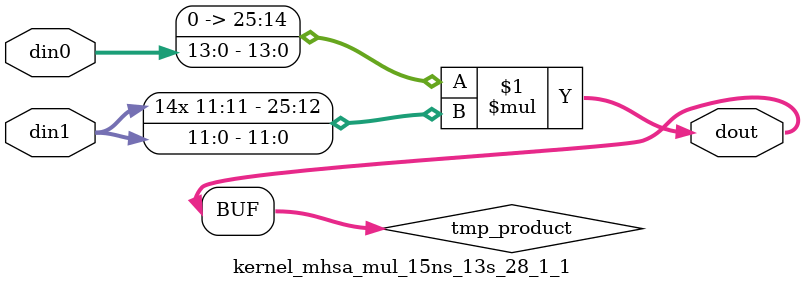
<source format=v>

`timescale 1 ns / 1 ps

 module kernel_mhsa_mul_15ns_13s_28_1_1(din0, din1, dout);
parameter ID = 1;
parameter NUM_STAGE = 0;
parameter din0_WIDTH = 14;
parameter din1_WIDTH = 12;
parameter dout_WIDTH = 26;

input [din0_WIDTH - 1 : 0] din0; 
input [din1_WIDTH - 1 : 0] din1; 
output [dout_WIDTH - 1 : 0] dout;

wire signed [dout_WIDTH - 1 : 0] tmp_product;

























assign tmp_product = $signed({1'b0, din0}) * $signed(din1);










assign dout = tmp_product;





















endmodule

</source>
